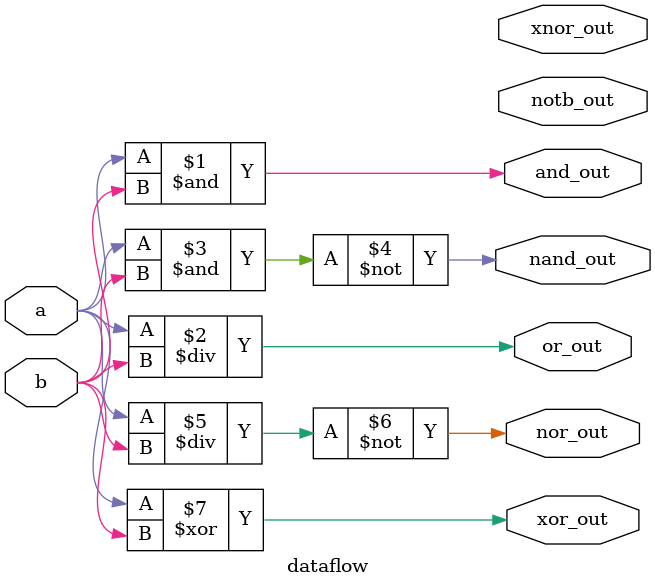
<source format=v>
`timescale 1ns / 1ps


module dataflow(a,b,and_out,or_out,nand_out,nor_out,notb_out,xor_out,xnor_out);
input a,b;
output and_out,or_out,nand_out,nor_out,notb_out,xor_out,xnor_out;
assign and_out=a&b;//AND
assign or_out=a/b;//OR
assign nand_out=~(a&b);//NAND
assign nor_out=~(a/b);//NOR
assign xor_out=a^b;//XOR
endmodule

</source>
